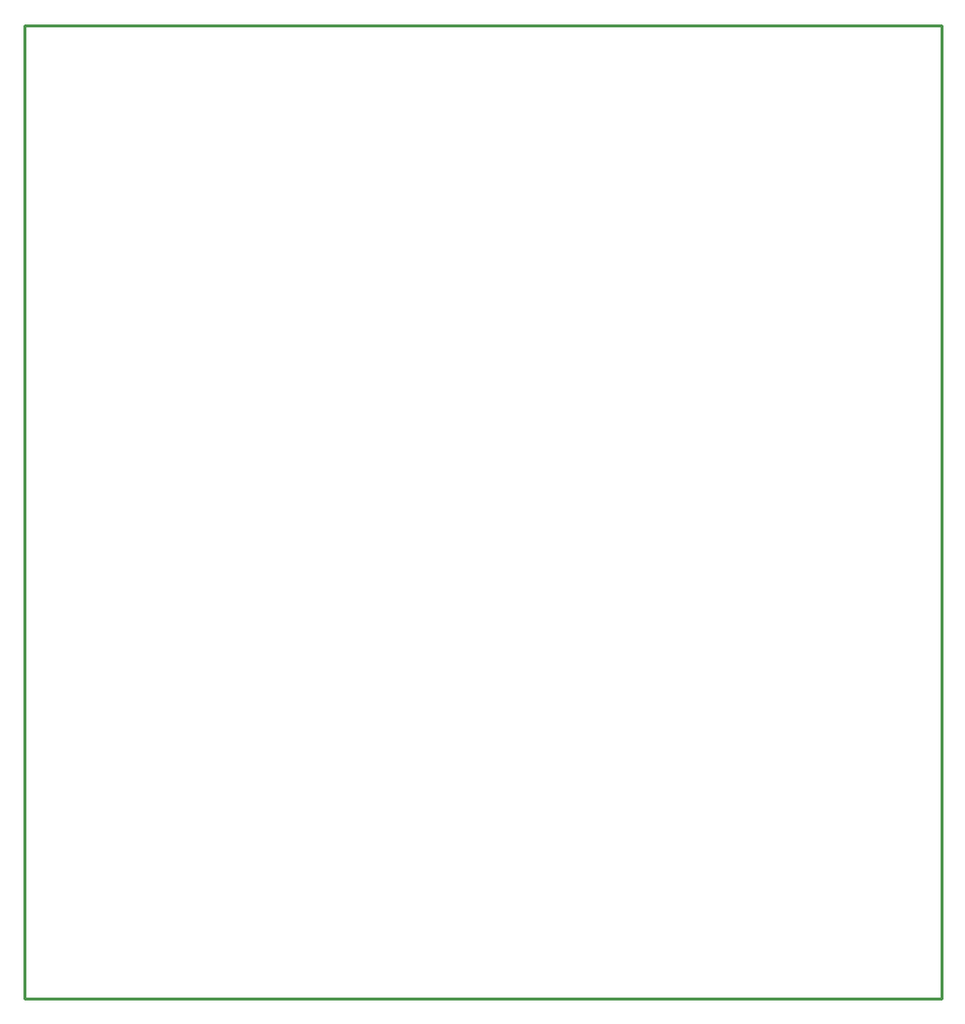
<source format=gko>
%FSLAX44Y44*%
%MOMM*%
G71*
G01*
G75*
G04 Layer_Color=16711935*
%ADD10C,0.5080*%
%ADD11C,2.0320*%
%ADD12R,2.0320X2.0320*%
%ADD13R,2.0320X2.0320*%
%ADD14C,0.2540*%
D14*
X825500Y1230630D02*
X1617980D01*
Y388620D02*
Y1230630D01*
X824230Y388620D02*
X1617980D01*
X824230D02*
Y1230630D01*
X825500D01*
M02*

</source>
